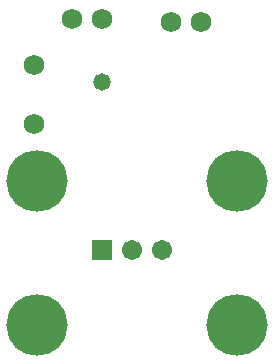
<source format=gbs>
G04 Layer_Color=16711935*
%FSLAX44Y44*%
%MOMM*%
G71*
G01*
G75*
%ADD23C,1.7272*%
%ADD24C,5.2032*%
%ADD25C,1.7272*%
%ADD26C,1.7032*%
%ADD27R,1.7032X1.7032*%
%ADD28C,1.4732*%
D23*
X70050Y299720D02*
D03*
X95050D02*
D03*
X178870Y297180D02*
D03*
X153870D02*
D03*
D24*
X209550Y162560D02*
D03*
X40640D02*
D03*
Y40640D02*
D03*
X209550D02*
D03*
D25*
X38100Y260350D02*
D03*
Y210820D02*
D03*
D26*
X146050Y104140D02*
D03*
X120650D02*
D03*
D27*
X95250D02*
D03*
D28*
Y246380D02*
D03*
M02*

</source>
